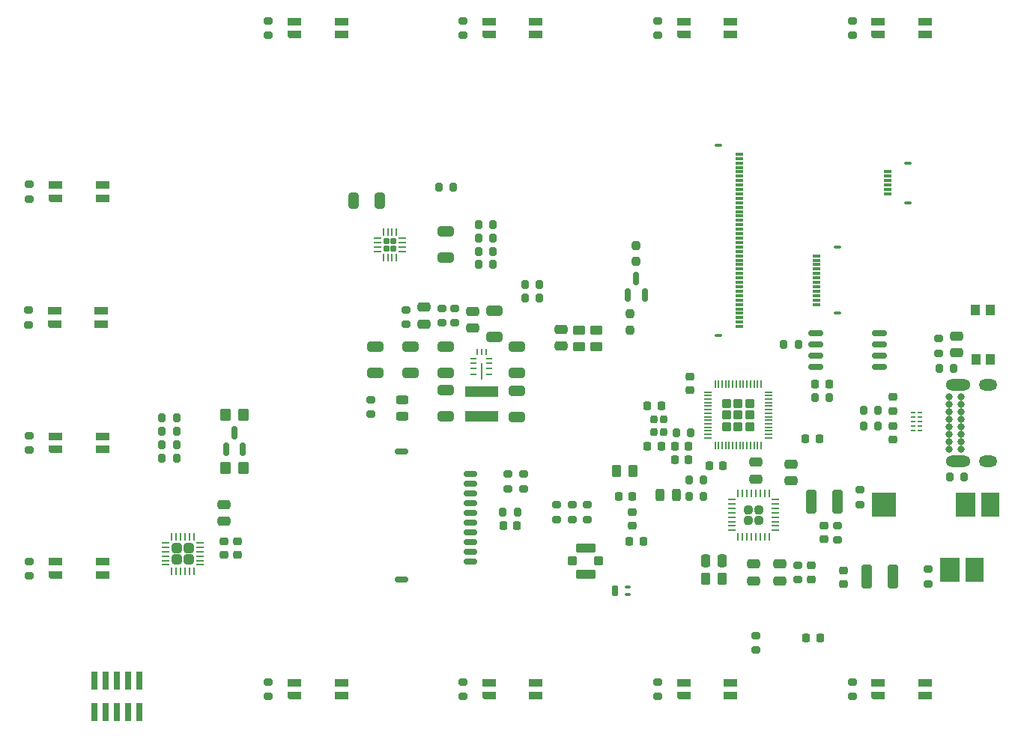
<source format=gbr>
%TF.GenerationSoftware,KiCad,Pcbnew,9.0.2-9.0.2-0~ubuntu24.04.1*%
%TF.CreationDate,2025-06-12T00:39:10-04:00*%
%TF.ProjectId,minstro_combined_board,6d696e73-7472-46f5-9f63-6f6d62696e65,rev?*%
%TF.SameCoordinates,Original*%
%TF.FileFunction,Paste,Top*%
%TF.FilePolarity,Positive*%
%FSLAX46Y46*%
G04 Gerber Fmt 4.6, Leading zero omitted, Abs format (unit mm)*
G04 Created by KiCad (PCBNEW 9.0.2-9.0.2-0~ubuntu24.04.1) date 2025-06-12 00:39:10*
%MOMM*%
%LPD*%
G01*
G04 APERTURE LIST*
G04 Aperture macros list*
%AMRoundRect*
0 Rectangle with rounded corners*
0 $1 Rounding radius*
0 $2 $3 $4 $5 $6 $7 $8 $9 X,Y pos of 4 corners*
0 Add a 4 corners polygon primitive as box body*
4,1,4,$2,$3,$4,$5,$6,$7,$8,$9,$2,$3,0*
0 Add four circle primitives for the rounded corners*
1,1,$1+$1,$2,$3*
1,1,$1+$1,$4,$5*
1,1,$1+$1,$6,$7*
1,1,$1+$1,$8,$9*
0 Add four rect primitives between the rounded corners*
20,1,$1+$1,$2,$3,$4,$5,0*
20,1,$1+$1,$4,$5,$6,$7,0*
20,1,$1+$1,$6,$7,$8,$9,0*
20,1,$1+$1,$8,$9,$2,$3,0*%
%AMOutline5P*
0 Free polygon, 5 corners , with rotation*
0 The origin of the aperture is its center*
0 number of corners: always 5*
0 $1 to $10 corner X, Y*
0 $11 Rotation angle, in degrees counterclockwise*
0 create outline with 5 corners*
4,1,5,$1,$2,$3,$4,$5,$6,$7,$8,$9,$10,$1,$2,$11*%
%AMOutline6P*
0 Free polygon, 6 corners , with rotation*
0 The origin of the aperture is its center*
0 number of corners: always 6*
0 $1 to $12 corner X, Y*
0 $13 Rotation angle, in degrees counterclockwise*
0 create outline with 6 corners*
4,1,6,$1,$2,$3,$4,$5,$6,$7,$8,$9,$10,$11,$12,$1,$2,$13*%
%AMOutline7P*
0 Free polygon, 7 corners , with rotation*
0 The origin of the aperture is its center*
0 number of corners: always 7*
0 $1 to $14 corner X, Y*
0 $15 Rotation angle, in degrees counterclockwise*
0 create outline with 7 corners*
4,1,7,$1,$2,$3,$4,$5,$6,$7,$8,$9,$10,$11,$12,$13,$14,$1,$2,$15*%
%AMOutline8P*
0 Free polygon, 8 corners , with rotation*
0 The origin of the aperture is its center*
0 number of corners: always 8*
0 $1 to $16 corner X, Y*
0 $17 Rotation angle, in degrees counterclockwise*
0 create outline with 8 corners*
4,1,8,$1,$2,$3,$4,$5,$6,$7,$8,$9,$10,$11,$12,$13,$14,$15,$16,$1,$2,$17*%
G04 Aperture macros list end*
%ADD10R,2.000000X2.800000*%
%ADD11R,2.800000X2.800000*%
%ADD12R,2.200000X2.800000*%
%ADD13RoundRect,0.250000X-0.315000X0.315000X-0.315000X-0.315000X0.315000X-0.315000X0.315000X0.315000X0*%
%ADD14RoundRect,0.062500X-0.062500X0.350000X-0.062500X-0.350000X0.062500X-0.350000X0.062500X0.350000X0*%
%ADD15RoundRect,0.062500X-0.350000X0.062500X-0.350000X-0.062500X0.350000X-0.062500X0.350000X0.062500X0*%
%ADD16RoundRect,0.200000X-0.275000X0.200000X-0.275000X-0.200000X0.275000X-0.200000X0.275000X0.200000X0*%
%ADD17R,1.500000X0.820000*%
%ADD18Outline5P,-0.750000X0.410000X0.750000X0.410000X0.750000X-0.410000X-0.545000X-0.410000X-0.750000X-0.205000X0.000000*%
%ADD19C,0.800000*%
%ADD20O,2.800000X1.300000*%
%ADD21O,2.100000X1.300000*%
%ADD22RoundRect,0.200000X0.275000X-0.200000X0.275000X0.200000X-0.275000X0.200000X-0.275000X-0.200000X0*%
%ADD23R,0.750000X2.100000*%
%ADD24RoundRect,0.200000X-0.200000X-0.275000X0.200000X-0.275000X0.200000X0.275000X-0.200000X0.275000X0*%
%ADD25RoundRect,0.250000X0.475000X-0.250000X0.475000X0.250000X-0.475000X0.250000X-0.475000X-0.250000X0*%
%ADD26RoundRect,0.243750X-0.456250X0.243750X-0.456250X-0.243750X0.456250X-0.243750X0.456250X0.243750X0*%
%ADD27RoundRect,0.250000X-0.262500X-0.450000X0.262500X-0.450000X0.262500X0.450000X-0.262500X0.450000X0*%
%ADD28RoundRect,0.150000X0.150000X-0.587500X0.150000X0.587500X-0.150000X0.587500X-0.150000X-0.587500X0*%
%ADD29RoundRect,0.225000X0.225000X0.250000X-0.225000X0.250000X-0.225000X-0.250000X0.225000X-0.250000X0*%
%ADD30RoundRect,0.200000X0.200000X0.275000X-0.200000X0.275000X-0.200000X-0.275000X0.200000X-0.275000X0*%
%ADD31RoundRect,0.075000X0.375000X-0.075000X0.375000X0.075000X-0.375000X0.075000X-0.375000X-0.075000X0*%
%ADD32RoundRect,0.100000X0.300000X-0.100000X0.300000X0.100000X-0.300000X0.100000X-0.300000X-0.100000X0*%
%ADD33RoundRect,0.225000X-0.225000X-0.250000X0.225000X-0.250000X0.225000X0.250000X-0.225000X0.250000X0*%
%ADD34RoundRect,0.250000X0.265000X-0.265000X0.265000X0.265000X-0.265000X0.265000X-0.265000X-0.265000X0*%
%ADD35RoundRect,0.050000X0.050000X-0.350000X0.050000X0.350000X-0.050000X0.350000X-0.050000X-0.350000X0*%
%ADD36RoundRect,0.050000X0.350000X-0.050000X0.350000X0.050000X-0.350000X0.050000X-0.350000X-0.050000X0*%
%ADD37RoundRect,0.250000X-0.650000X0.325000X-0.650000X-0.325000X0.650000X-0.325000X0.650000X0.325000X0*%
%ADD38RoundRect,0.250000X0.325000X1.100000X-0.325000X1.100000X-0.325000X-1.100000X0.325000X-1.100000X0*%
%ADD39RoundRect,0.242500X0.242500X0.242500X-0.242500X0.242500X-0.242500X-0.242500X0.242500X-0.242500X0*%
%ADD40RoundRect,0.062500X0.337500X0.062500X-0.337500X0.062500X-0.337500X-0.062500X0.337500X-0.062500X0*%
%ADD41RoundRect,0.062500X0.062500X0.337500X-0.062500X0.337500X-0.062500X-0.337500X0.062500X-0.337500X0*%
%ADD42RoundRect,0.225000X-0.250000X0.225000X-0.250000X-0.225000X0.250000X-0.225000X0.250000X0.225000X0*%
%ADD43RoundRect,0.162500X0.650000X0.162500X-0.650000X0.162500X-0.650000X-0.162500X0.650000X-0.162500X0*%
%ADD44RoundRect,0.218750X-0.256250X0.218750X-0.256250X-0.218750X0.256250X-0.218750X0.256250X0.218750X0*%
%ADD45RoundRect,0.250000X0.650000X-0.325000X0.650000X0.325000X-0.650000X0.325000X-0.650000X-0.325000X0*%
%ADD46RoundRect,0.250000X0.450000X-0.262500X0.450000X0.262500X-0.450000X0.262500X-0.450000X-0.262500X0*%
%ADD47RoundRect,0.250000X0.325000X0.650000X-0.325000X0.650000X-0.325000X-0.650000X0.325000X-0.650000X0*%
%ADD48RoundRect,0.243750X-0.243750X-0.456250X0.243750X-0.456250X0.243750X0.456250X-0.243750X0.456250X0*%
%ADD49RoundRect,0.225000X0.250000X-0.225000X0.250000X0.225000X-0.250000X0.225000X-0.250000X-0.225000X0*%
%ADD50R,1.000000X1.200000*%
%ADD51RoundRect,0.075000X-0.375000X0.075000X-0.375000X-0.075000X0.375000X-0.075000X0.375000X0.075000X0*%
%ADD52RoundRect,0.100000X-0.300000X0.100000X-0.300000X-0.100000X0.300000X-0.100000X0.300000X0.100000X0*%
%ADD53RoundRect,0.172500X-0.172500X0.172500X-0.172500X-0.172500X0.172500X-0.172500X0.172500X0.172500X0*%
%ADD54RoundRect,0.062500X-0.062500X0.375000X-0.062500X-0.375000X0.062500X-0.375000X0.062500X0.375000X0*%
%ADD55RoundRect,0.062500X-0.375000X0.062500X-0.375000X-0.062500X0.375000X-0.062500X0.375000X0.062500X0*%
%ADD56RoundRect,0.062500X0.237500X0.062500X-0.237500X0.062500X-0.237500X-0.062500X0.237500X-0.062500X0*%
%ADD57RoundRect,0.062500X-0.062500X0.237500X-0.062500X-0.237500X0.062500X-0.237500X0.062500X0.237500X0*%
%ADD58RoundRect,0.062500X-0.062500X-0.850000X0.062500X-0.850000X0.062500X0.850000X-0.062500X0.850000X0*%
%ADD59RoundRect,0.250000X-0.350000X-0.450000X0.350000X-0.450000X0.350000X0.450000X-0.350000X0.450000X0*%
%ADD60R,0.475000X0.200000*%
%ADD61RoundRect,0.250000X-0.475000X0.250000X-0.475000X-0.250000X0.475000X-0.250000X0.475000X0.250000X0*%
%ADD62RoundRect,0.237500X0.237500X-0.250000X0.237500X0.250000X-0.237500X0.250000X-0.237500X-0.250000X0*%
%ADD63RoundRect,0.100000X-0.400000X0.400000X-0.400000X-0.400000X0.400000X-0.400000X0.400000X0.400000X0*%
%ADD64RoundRect,0.105000X-0.995000X0.420000X-0.995000X-0.420000X0.995000X-0.420000X0.995000X0.420000X0*%
%ADD65RoundRect,0.100000X0.200000X0.100000X-0.200000X0.100000X-0.200000X-0.100000X0.200000X-0.100000X0*%
%ADD66RoundRect,0.150000X0.150000X0.475000X-0.150000X0.475000X-0.150000X-0.475000X0.150000X-0.475000X0*%
%ADD67RoundRect,0.150000X-0.600000X0.150000X-0.600000X-0.150000X0.600000X-0.150000X0.600000X0.150000X0*%
%ADD68RoundRect,0.237500X-0.237500X0.250000X-0.237500X-0.250000X0.237500X-0.250000X0.237500X0.250000X0*%
%ADD69RoundRect,0.200000X0.200000X-0.250000X0.200000X0.250000X-0.200000X0.250000X-0.200000X-0.250000X0*%
%ADD70RoundRect,0.250000X0.350000X0.450000X-0.350000X0.450000X-0.350000X-0.450000X0.350000X-0.450000X0*%
%ADD71RoundRect,0.250000X0.250000X0.475000X-0.250000X0.475000X-0.250000X-0.475000X0.250000X-0.475000X0*%
%ADD72RoundRect,0.250000X-0.325000X-1.100000X0.325000X-1.100000X0.325000X1.100000X-0.325000X1.100000X0*%
%ADD73R,3.700000X1.200000*%
G04 APERTURE END LIST*
D10*
%TO.C,J501*%
X188550000Y-108850000D03*
D11*
X176450000Y-108850000D03*
D12*
X183950000Y-116250000D03*
X185750000Y-108850000D03*
D10*
X186750000Y-116250000D03*
%TD*%
D13*
%TO.C,U701*%
X97900000Y-113800000D03*
X96600000Y-113800000D03*
X97900000Y-115100000D03*
X96600000Y-115100000D03*
D14*
X98500000Y-112512500D03*
X98000000Y-112512500D03*
X97500000Y-112512500D03*
X97000000Y-112512500D03*
X96500000Y-112512500D03*
X96000000Y-112512500D03*
D15*
X95312500Y-113200000D03*
X95312500Y-113700000D03*
X95312500Y-114200000D03*
X95312500Y-114700000D03*
X95312500Y-115200000D03*
X95312500Y-115700000D03*
D14*
X96000000Y-116387500D03*
X96500000Y-116387500D03*
X97000000Y-116387500D03*
X97500000Y-116387500D03*
X98000000Y-116387500D03*
X98500000Y-116387500D03*
D15*
X99187500Y-115700000D03*
X99187500Y-115200000D03*
X99187500Y-114700000D03*
X99187500Y-114200000D03*
X99187500Y-113700000D03*
X99187500Y-113200000D03*
%TD*%
D16*
%TO.C,S902*%
X128912500Y-55837742D03*
D17*
X137150000Y-54250000D03*
X137150000Y-55750000D03*
D18*
X131850000Y-55750000D03*
D17*
X131850000Y-54250000D03*
D16*
X128912500Y-54187742D03*
%TD*%
%TO.C,S903*%
X150912500Y-55837742D03*
D17*
X159150000Y-54250000D03*
X159150000Y-55750000D03*
D18*
X153850000Y-55750000D03*
D17*
X153850000Y-54250000D03*
D16*
X150912500Y-54187742D03*
%TD*%
%TO.C,S910*%
X128912500Y-130587742D03*
D17*
X137150000Y-129000000D03*
X137150000Y-130500000D03*
D18*
X131850000Y-130500000D03*
D17*
X131850000Y-129000000D03*
D16*
X128912500Y-128937742D03*
%TD*%
%TO.C,S907*%
X79912500Y-102737742D03*
D17*
X88150000Y-101150000D03*
X88150000Y-102650000D03*
D18*
X82850000Y-102650000D03*
D17*
X82850000Y-101150000D03*
D16*
X79912500Y-101087742D03*
%TD*%
%TO.C,S911*%
X150912500Y-130587742D03*
D17*
X159150000Y-129000000D03*
X159150000Y-130500000D03*
D18*
X153850000Y-130500000D03*
D17*
X153850000Y-129000000D03*
D16*
X150912500Y-128937742D03*
%TD*%
%TO.C,S909*%
X106912500Y-130587742D03*
D17*
X115150000Y-129000000D03*
X115150000Y-130500000D03*
D18*
X109850000Y-130500000D03*
D17*
X109850000Y-129000000D03*
D16*
X106912500Y-128937742D03*
%TD*%
%TO.C,S901*%
X106912500Y-55837742D03*
D17*
X115150000Y-54250000D03*
X115150000Y-55750000D03*
D18*
X109850000Y-55750000D03*
D17*
X109850000Y-54250000D03*
D16*
X106912500Y-54187742D03*
%TD*%
%TO.C,S912*%
X172912500Y-130587742D03*
D17*
X181150000Y-129000000D03*
X181150000Y-130500000D03*
D18*
X175850000Y-130500000D03*
D17*
X175850000Y-129000000D03*
D16*
X172912500Y-128937742D03*
%TD*%
%TO.C,S908*%
X79912500Y-116937742D03*
D17*
X88150000Y-115350000D03*
X88150000Y-116850000D03*
D18*
X82850000Y-116850000D03*
D17*
X82850000Y-115350000D03*
D16*
X79912500Y-115287742D03*
%TD*%
%TO.C,S905*%
X79912500Y-74337742D03*
D17*
X88150000Y-72750000D03*
X88150000Y-74250000D03*
D18*
X82850000Y-74250000D03*
D17*
X82850000Y-72750000D03*
D16*
X79912500Y-72687742D03*
%TD*%
%TO.C,S906*%
X79812500Y-88537742D03*
D17*
X88050000Y-86950000D03*
X88050000Y-88450000D03*
D18*
X82750000Y-88450000D03*
D17*
X82750000Y-86950000D03*
D16*
X79812500Y-86887742D03*
%TD*%
%TO.C,S904*%
X172912500Y-55837742D03*
D17*
X181150000Y-54250000D03*
X181150000Y-55750000D03*
D18*
X175850000Y-55750000D03*
D17*
X175850000Y-54250000D03*
D16*
X172912500Y-54187742D03*
%TD*%
D19*
%TO.C,J403*%
X183890000Y-102650000D03*
X183890000Y-101800000D03*
X183890000Y-100950000D03*
X183890000Y-100100000D03*
X183890000Y-99250000D03*
X183890000Y-98400000D03*
X183890000Y-97550000D03*
X183890000Y-96700000D03*
X185240000Y-96700000D03*
X185240000Y-97550000D03*
X185240000Y-98400000D03*
X185240000Y-99250000D03*
X185240000Y-100100000D03*
X185240000Y-100950000D03*
X185240000Y-101800000D03*
X185240000Y-102650000D03*
D20*
X184870000Y-104000000D03*
D21*
X188250000Y-104000000D03*
D20*
X184870000Y-95350000D03*
D21*
X188250000Y-95350000D03*
%TD*%
D22*
%TO.C,R505*%
X162000000Y-123675000D03*
X162000000Y-125325000D03*
%TD*%
D23*
%TO.C,J702*%
X87210000Y-128750000D03*
X87210000Y-132350000D03*
X88480000Y-128750000D03*
X88480000Y-132350000D03*
X89750000Y-128750000D03*
X89750000Y-132350000D03*
X91020000Y-128750000D03*
X91020000Y-132350000D03*
X92290000Y-128750000D03*
X92290000Y-132350000D03*
%TD*%
D24*
%TO.C,R401*%
X154475000Y-106100000D03*
X156125000Y-106100000D03*
%TD*%
D25*
%TO.C,C701*%
X101900000Y-110750000D03*
X101900000Y-108850000D03*
%TD*%
D26*
%TO.C,D201*%
X122045000Y-97062500D03*
X122045000Y-98937500D03*
%TD*%
D27*
%TO.C,FB401*%
X146287500Y-105100000D03*
X148112500Y-105100000D03*
%TD*%
D28*
%TO.C,Q701*%
X102150000Y-102637500D03*
X104050000Y-102637500D03*
X103100000Y-100762500D03*
%TD*%
D29*
%TO.C,C406*%
X154375000Y-103800000D03*
X152825000Y-103800000D03*
%TD*%
D30*
%TO.C,R407*%
X170325000Y-96750000D03*
X168675000Y-96750000D03*
%TD*%
D16*
%TO.C,R201*%
X126500000Y-86675000D03*
X126500000Y-88325000D03*
%TD*%
D25*
%TO.C,C208*%
X130000000Y-88950000D03*
X130000000Y-87050000D03*
%TD*%
D22*
%TO.C,R404*%
X182675000Y-91775000D03*
X182675000Y-90125000D03*
%TD*%
D31*
%TO.C,J601*%
X176875000Y-73750000D03*
X176875000Y-73250000D03*
X176875000Y-72750000D03*
X176875000Y-72250000D03*
X176875000Y-71750000D03*
X176875000Y-71250000D03*
D32*
X179225000Y-74750000D03*
X179225000Y-70250000D03*
%TD*%
D33*
%TO.C,C402*%
X156725000Y-104500000D03*
X158275000Y-104500000D03*
%TD*%
D30*
%TO.C,R406*%
X166825000Y-90750000D03*
X165175000Y-90750000D03*
%TD*%
D34*
%TO.C,U401*%
X158670000Y-100080000D03*
X160000000Y-100080000D03*
X161330000Y-100080000D03*
X158670000Y-98750000D03*
X160000000Y-98750000D03*
X161330000Y-98750000D03*
X158670000Y-97420000D03*
X160000000Y-97420000D03*
X161330000Y-97420000D03*
D35*
X157400000Y-102200000D03*
X157800000Y-102200000D03*
X158200000Y-102200000D03*
X158600000Y-102200000D03*
X159000000Y-102200000D03*
X159400000Y-102200000D03*
X159800000Y-102200000D03*
X160200000Y-102200000D03*
X160600000Y-102200000D03*
X161000000Y-102200000D03*
X161400000Y-102200000D03*
X161800000Y-102200000D03*
X162200000Y-102200000D03*
X162600000Y-102200000D03*
D36*
X163450000Y-101350000D03*
X163450000Y-100950000D03*
X163450000Y-100550000D03*
X163450000Y-100150000D03*
X163450000Y-99750000D03*
X163450000Y-99350000D03*
X163450000Y-98950000D03*
X163450000Y-98550000D03*
X163450000Y-98150000D03*
X163450000Y-97750000D03*
X163450000Y-97350000D03*
X163450000Y-96950000D03*
X163450000Y-96550000D03*
X163450000Y-96150000D03*
D35*
X162600000Y-95300000D03*
X162200000Y-95300000D03*
X161800000Y-95300000D03*
X161400000Y-95300000D03*
X161000000Y-95300000D03*
X160600000Y-95300000D03*
X160200000Y-95300000D03*
X159800000Y-95300000D03*
X159400000Y-95300000D03*
X159000000Y-95300000D03*
X158600000Y-95300000D03*
X158200000Y-95300000D03*
X157800000Y-95300000D03*
X157400000Y-95300000D03*
D36*
X156550000Y-96150000D03*
X156550000Y-96550000D03*
X156550000Y-96950000D03*
X156550000Y-97350000D03*
X156550000Y-97750000D03*
X156550000Y-98150000D03*
X156550000Y-98550000D03*
X156550000Y-98950000D03*
X156550000Y-99350000D03*
X156550000Y-99750000D03*
X156550000Y-100150000D03*
X156550000Y-100550000D03*
X156550000Y-100950000D03*
X156550000Y-101350000D03*
%TD*%
D16*
%TO.C,R204*%
X118500000Y-97000000D03*
X118500000Y-98650000D03*
%TD*%
D30*
%TO.C,R307*%
X137575000Y-84000000D03*
X135925000Y-84000000D03*
%TD*%
D37*
%TO.C,C201*%
X132500000Y-87000000D03*
X132500000Y-89950000D03*
%TD*%
D38*
%TO.C,C506*%
X177475000Y-117000000D03*
X174525000Y-117000000D03*
%TD*%
D22*
%TO.C,R202*%
X128000000Y-88325000D03*
X128000000Y-86675000D03*
%TD*%
D24*
%TO.C,R804*%
X94875000Y-102100000D03*
X96525000Y-102100000D03*
%TD*%
D33*
%TO.C,C404*%
X167625000Y-101400000D03*
X169175000Y-101400000D03*
%TD*%
D24*
%TO.C,R801*%
X94875000Y-100600000D03*
X96525000Y-100600000D03*
%TD*%
%TO.C,R802*%
X94875000Y-103600000D03*
X96525000Y-103600000D03*
%TD*%
D16*
%TO.C,R203*%
X122500000Y-86850000D03*
X122500000Y-88500000D03*
%TD*%
D39*
%TO.C,U501*%
X162350000Y-110650000D03*
X162350000Y-109450000D03*
X161150000Y-110650000D03*
X161150000Y-109450000D03*
D40*
X164200000Y-111800000D03*
X164200000Y-111300000D03*
X164200000Y-110800000D03*
X164200000Y-110300000D03*
X164200000Y-109800000D03*
X164200000Y-109300000D03*
X164200000Y-108800000D03*
X164200000Y-108300000D03*
D41*
X163500000Y-107600000D03*
X163000000Y-107600000D03*
X162500000Y-107600000D03*
X162000000Y-107600000D03*
X161500000Y-107600000D03*
X161000000Y-107600000D03*
X160500000Y-107600000D03*
X160000000Y-107600000D03*
D40*
X159300000Y-108300000D03*
X159300000Y-108800000D03*
X159300000Y-109300000D03*
X159300000Y-109800000D03*
X159300000Y-110300000D03*
X159300000Y-110800000D03*
X159300000Y-111300000D03*
X159300000Y-111800000D03*
D41*
X160000000Y-112500000D03*
X160500000Y-112500000D03*
X161000000Y-112500000D03*
X161500000Y-112500000D03*
X162000000Y-112500000D03*
X162500000Y-112500000D03*
X163000000Y-112500000D03*
X163500000Y-112500000D03*
%TD*%
D42*
%TO.C,C702*%
X101900000Y-113025000D03*
X101900000Y-114575000D03*
%TD*%
D33*
%TO.C,C408*%
X168725000Y-95250000D03*
X170275000Y-95250000D03*
%TD*%
D22*
%TO.C,R504*%
X166750000Y-117375000D03*
X166750000Y-115725000D03*
%TD*%
D30*
%TO.C,R411*%
X175825000Y-100000000D03*
X174175000Y-100000000D03*
%TD*%
D43*
%TO.C,U402*%
X176000000Y-93310000D03*
X176000000Y-92040000D03*
X176000000Y-90770000D03*
X176000000Y-89500000D03*
X168825000Y-89500000D03*
X168825000Y-90770000D03*
X168825000Y-92040000D03*
X168825000Y-93310000D03*
%TD*%
D44*
%TO.C,L401*%
X148000000Y-109712500D03*
X148000000Y-111287500D03*
%TD*%
D30*
%TO.C,R303*%
X132325000Y-80250000D03*
X130675000Y-80250000D03*
%TD*%
D45*
%TO.C,C301*%
X127000000Y-80975000D03*
X127000000Y-78025000D03*
%TD*%
D16*
%TO.C,R415*%
X141250000Y-108925000D03*
X141250000Y-110575000D03*
%TD*%
%TO.C,R408*%
X135750000Y-105425000D03*
X135750000Y-107075000D03*
%TD*%
D46*
%TO.C,R419*%
X142000000Y-91000000D03*
X142000000Y-89175000D03*
%TD*%
D30*
%TO.C,R304*%
X132325000Y-81750000D03*
X130675000Y-81750000D03*
%TD*%
D47*
%TO.C,C302*%
X119475000Y-74500000D03*
X116525000Y-74500000D03*
%TD*%
D25*
%TO.C,C401*%
X140000000Y-90950000D03*
X140000000Y-89050000D03*
%TD*%
D28*
%TO.C,Q601*%
X147550000Y-85187500D03*
X149450000Y-85187500D03*
X148500000Y-83312500D03*
%TD*%
D48*
%TO.C,D401*%
X151162500Y-107800000D03*
X153037500Y-107800000D03*
%TD*%
D33*
%TO.C,C413*%
X147725000Y-113000000D03*
X149275000Y-113000000D03*
%TD*%
D29*
%TO.C,C405*%
X154375000Y-102300000D03*
X152825000Y-102300000D03*
%TD*%
D30*
%TO.C,R412*%
X175825000Y-98250000D03*
X174175000Y-98250000D03*
%TD*%
D49*
%TO.C,C410*%
X177500000Y-98275000D03*
X177500000Y-96725000D03*
%TD*%
D45*
%TO.C,C204*%
X135000000Y-93975000D03*
X135000000Y-91025000D03*
%TD*%
D16*
%TO.C,R501*%
X173750000Y-107225000D03*
X173750000Y-108875000D03*
%TD*%
D50*
%TO.C,SW401*%
X186900000Y-92500000D03*
X186800000Y-86900000D03*
X188500000Y-92500000D03*
X188500000Y-86900000D03*
%TD*%
D51*
%TO.C,J602*%
X160125000Y-69250000D03*
X160125000Y-69750000D03*
X160125000Y-70250000D03*
X160125000Y-70750000D03*
X160125000Y-71250000D03*
X160125000Y-71750000D03*
X160125000Y-72250000D03*
X160125000Y-72750000D03*
X160125000Y-73250000D03*
X160125000Y-73750000D03*
X160125000Y-74250000D03*
X160125000Y-74750000D03*
X160125000Y-75250000D03*
X160125000Y-75750000D03*
X160125000Y-76250000D03*
X160125000Y-76750000D03*
X160125000Y-77250000D03*
X160125000Y-77750000D03*
X160125000Y-78250000D03*
X160125000Y-78750000D03*
X160125000Y-79250000D03*
X160125000Y-79750000D03*
X160125000Y-80250000D03*
X160125000Y-80750000D03*
X160125000Y-81250000D03*
X160125000Y-81750000D03*
X160125000Y-82250000D03*
X160125000Y-82750000D03*
X160125000Y-83250000D03*
X160125000Y-83750000D03*
X160125000Y-84250000D03*
X160125000Y-84750000D03*
X160125000Y-85250000D03*
X160125000Y-85750000D03*
X160125000Y-86250000D03*
X160125000Y-86750000D03*
X160125000Y-87250000D03*
X160125000Y-87750000D03*
X160125000Y-88250000D03*
X160125000Y-88750000D03*
D52*
X157775000Y-68250000D03*
X157775000Y-89750000D03*
%TD*%
D45*
%TO.C,C205*%
X127000000Y-98875000D03*
X127000000Y-95925000D03*
%TD*%
D16*
%TO.C,R502*%
X181500000Y-116175000D03*
X181500000Y-117825000D03*
%TD*%
D53*
%TO.C,U301*%
X121050000Y-79100000D03*
X120250000Y-79100000D03*
X121050000Y-79900000D03*
X120250000Y-79900000D03*
D54*
X121400000Y-78062500D03*
X120900000Y-78062500D03*
X120400000Y-78062500D03*
X119900000Y-78062500D03*
D55*
X119212500Y-78750000D03*
X119212500Y-79250000D03*
X119212500Y-79750000D03*
X119212500Y-80250000D03*
D54*
X119900000Y-80937500D03*
X120400000Y-80937500D03*
X120900000Y-80937500D03*
X121400000Y-80937500D03*
D55*
X122087500Y-80250000D03*
X122087500Y-79750000D03*
X122087500Y-79250000D03*
X122087500Y-78750000D03*
%TD*%
D45*
%TO.C,C203*%
X127000000Y-93975000D03*
X127000000Y-91025000D03*
%TD*%
D30*
%TO.C,R302*%
X127825000Y-73000000D03*
X126175000Y-73000000D03*
%TD*%
D56*
%TO.C,U201*%
X131900000Y-94125000D03*
X131900000Y-93475000D03*
X131900000Y-92875000D03*
X131900000Y-92350000D03*
D57*
X131500000Y-91600000D03*
X131000000Y-91600000D03*
X130500000Y-91600000D03*
D56*
X130100000Y-92350000D03*
X130100000Y-92875000D03*
X130100000Y-93475000D03*
X130100000Y-94125000D03*
D58*
X131000000Y-93788000D03*
%TD*%
D42*
%TO.C,C510*%
X169750000Y-111275000D03*
X169750000Y-112825000D03*
%TD*%
D16*
%TO.C,R503*%
X171250000Y-111225000D03*
X171250000Y-112875000D03*
%TD*%
D30*
%TO.C,R301*%
X132325000Y-78750000D03*
X130675000Y-78750000D03*
%TD*%
D24*
%TO.C,R803*%
X94875000Y-99100000D03*
X96525000Y-99100000D03*
%TD*%
%TO.C,R402*%
X154475000Y-108000000D03*
X156125000Y-108000000D03*
%TD*%
D22*
%TO.C,R409*%
X139500000Y-110575000D03*
X139500000Y-108925000D03*
%TD*%
D42*
%TO.C,C703*%
X103400000Y-113025000D03*
X103400000Y-114575000D03*
%TD*%
D27*
%TO.C,FB501*%
X156337500Y-117250000D03*
X158162500Y-117250000D03*
%TD*%
D59*
%TO.C,R702*%
X102100000Y-98700000D03*
X104100000Y-98700000D03*
%TD*%
D29*
%TO.C,C507*%
X169275000Y-124000000D03*
X167725000Y-124000000D03*
%TD*%
D25*
%TO.C,C502*%
X166000000Y-106200000D03*
X166000000Y-104300000D03*
%TD*%
D60*
%TO.C,U403*%
X180525000Y-100500000D03*
X180525000Y-100000000D03*
X180525000Y-99500000D03*
X180525000Y-99000000D03*
X180525000Y-98500000D03*
X179750000Y-98500000D03*
X179750000Y-99000000D03*
X179750000Y-99500000D03*
X179750000Y-100000000D03*
X179750000Y-100500000D03*
%TD*%
D33*
%TO.C,C411*%
X133475000Y-111250000D03*
X135025000Y-111250000D03*
%TD*%
D30*
%TO.C,R306*%
X137575000Y-85500000D03*
X135925000Y-85500000D03*
%TD*%
D45*
%TO.C,C202*%
X123000000Y-93975000D03*
X123000000Y-91025000D03*
%TD*%
D24*
%TO.C,R414*%
X183925000Y-105750000D03*
X185575000Y-105750000D03*
%TD*%
D61*
%TO.C,C504*%
X161750000Y-115600000D03*
X161750000Y-117500000D03*
%TD*%
D33*
%TO.C,C415*%
X149750000Y-97700000D03*
X151300000Y-97700000D03*
%TD*%
D61*
%TO.C,C511*%
X164750000Y-115600000D03*
X164750000Y-117500000D03*
%TD*%
D62*
%TO.C,R602*%
X147750000Y-89162500D03*
X147750000Y-87337500D03*
%TD*%
D30*
%TO.C,R417*%
X135075000Y-109750000D03*
X133425000Y-109750000D03*
%TD*%
D63*
%TO.C,J405*%
X144250000Y-115250000D03*
D64*
X142750000Y-116725000D03*
D63*
X141250000Y-115250000D03*
D64*
X142750000Y-113775000D03*
%TD*%
D25*
%TO.C,C503*%
X162000000Y-106000000D03*
X162000000Y-104100000D03*
%TD*%
D29*
%TO.C,C412*%
X148050000Y-108000000D03*
X146500000Y-108000000D03*
%TD*%
D30*
%TO.C,R305*%
X132325000Y-77250000D03*
X130675000Y-77250000D03*
%TD*%
D65*
%TO.C,AE401*%
X147500000Y-118175000D03*
X147500000Y-119025000D03*
D66*
X146100000Y-118600000D03*
%TD*%
D61*
%TO.C,C207*%
X124500000Y-86550000D03*
X124500000Y-88450000D03*
%TD*%
D46*
%TO.C,R420*%
X144000000Y-91000000D03*
X144000000Y-89175000D03*
%TD*%
D42*
%TO.C,C409*%
X177500000Y-99975000D03*
X177500000Y-101525000D03*
%TD*%
D67*
%TO.C,J404*%
X129750000Y-113150000D03*
X129750000Y-112050000D03*
X129750000Y-110950000D03*
X129750000Y-109850000D03*
X129750000Y-108750000D03*
X129750000Y-107650000D03*
X129750000Y-106550000D03*
X129750000Y-105450000D03*
X129750000Y-114250000D03*
X129750000Y-115350000D03*
X122000000Y-117350000D03*
X122000000Y-102850000D03*
%TD*%
D68*
%TO.C,R601*%
X148500000Y-79587500D03*
X148500000Y-81412500D03*
%TD*%
D45*
%TO.C,C303*%
X119000000Y-93975000D03*
X119000000Y-91025000D03*
%TD*%
%TO.C,C206*%
X135000000Y-98975000D03*
X135000000Y-96025000D03*
%TD*%
D30*
%TO.C,R416*%
X184400000Y-93500000D03*
X182750000Y-93500000D03*
%TD*%
D16*
%TO.C,R410*%
X134000000Y-105425000D03*
X134000000Y-107075000D03*
%TD*%
D69*
%TO.C,Y401*%
X151625000Y-100650000D03*
X151625000Y-99250000D03*
X150525000Y-99250000D03*
X150525000Y-100650000D03*
%TD*%
D49*
%TO.C,C403*%
X154600000Y-95975000D03*
X154600000Y-94425000D03*
%TD*%
D70*
%TO.C,R701*%
X104100000Y-104700000D03*
X102100000Y-104700000D03*
%TD*%
D71*
%TO.C,C505*%
X158200000Y-115250000D03*
X156300000Y-115250000D03*
%TD*%
D42*
%TO.C,C509*%
X168250000Y-115775000D03*
X168250000Y-117325000D03*
%TD*%
D16*
%TO.C,R413*%
X143000000Y-108925000D03*
X143000000Y-110575000D03*
%TD*%
D29*
%TO.C,C414*%
X151300000Y-102250000D03*
X149750000Y-102250000D03*
%TD*%
D72*
%TO.C,C501*%
X168300000Y-108550000D03*
X171250000Y-108550000D03*
%TD*%
D30*
%TO.C,R418*%
X154675000Y-100750000D03*
X153025000Y-100750000D03*
%TD*%
D31*
%TO.C,J603*%
X168875000Y-86250000D03*
X168875000Y-85750000D03*
X168875000Y-85250000D03*
X168875000Y-84750000D03*
X168875000Y-84250000D03*
X168875000Y-83750000D03*
X168875000Y-83250000D03*
X168875000Y-82750000D03*
X168875000Y-82250000D03*
X168875000Y-81750000D03*
X168875000Y-81250000D03*
X168875000Y-80750000D03*
D32*
X171225000Y-87250000D03*
X171225000Y-79750000D03*
%TD*%
D25*
%TO.C,C407*%
X184675000Y-91725000D03*
X184675000Y-89825000D03*
%TD*%
D73*
%TO.C,L201*%
X131000000Y-96100000D03*
X131000000Y-98900000D03*
%TD*%
D42*
%TO.C,C508*%
X171900000Y-116325000D03*
X171900000Y-117875000D03*
%TD*%
M02*

</source>
